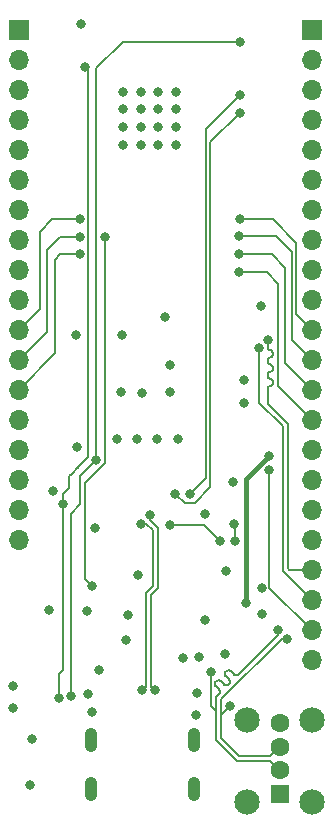
<source format=gbr>
%TF.GenerationSoftware,KiCad,Pcbnew,5.1.5+dfsg1-2build2*%
%TF.CreationDate,2021-10-10T13:01:52+05:30*%
%TF.ProjectId,USBee32-S2,55534265-6533-4322-9d53-322e6b696361,rev?*%
%TF.SameCoordinates,Original*%
%TF.FileFunction,Copper,L4,Bot*%
%TF.FilePolarity,Positive*%
%FSLAX46Y46*%
G04 Gerber Fmt 4.6, Leading zero omitted, Abs format (unit mm)*
G04 Created by KiCad (PCBNEW 5.1.5+dfsg1-2build2) date 2021-10-10 13:01:52*
%MOMM*%
%LPD*%
G04 APERTURE LIST*
%ADD10C,2.150000*%
%ADD11R,1.600000X1.600000*%
%ADD12C,1.600000*%
%ADD13O,1.700000X1.700000*%
%ADD14R,1.700000X1.700000*%
%ADD15O,1.050000X2.100000*%
%ADD16C,0.800000*%
%ADD17C,0.200000*%
%ADD18C,0.400000*%
G04 APERTURE END LIST*
D10*
X186780000Y-123430000D03*
X186780000Y-116430000D03*
X192220000Y-116430000D03*
X192220000Y-123430000D03*
D11*
X189500000Y-122700000D03*
D12*
X189500000Y-120700000D03*
X189500000Y-118700000D03*
X189500000Y-116700000D03*
D13*
X192220000Y-111355000D03*
X192220000Y-108815000D03*
X192220000Y-106275000D03*
X192220000Y-103735000D03*
X192220000Y-101195000D03*
X192220000Y-98655000D03*
X192220000Y-96115000D03*
X192220000Y-93575000D03*
X192220000Y-91035000D03*
X192220000Y-88495000D03*
X192220000Y-85955000D03*
X192220000Y-83415000D03*
X192220000Y-80875000D03*
X192220000Y-78335000D03*
X192220000Y-75795000D03*
X192220000Y-73255000D03*
X192220000Y-70715000D03*
X192220000Y-68175000D03*
X192220000Y-65635000D03*
X192220000Y-63095000D03*
X192220000Y-60555000D03*
D14*
X192220000Y-58015000D03*
D15*
X182213980Y-122308620D03*
X173573980Y-122308620D03*
X182213980Y-118128620D03*
X173573980Y-118128620D03*
D13*
X167430000Y-101195000D03*
X167430000Y-98655000D03*
X167430000Y-96115000D03*
X167430000Y-93575000D03*
X167430000Y-91035000D03*
X167430000Y-88495000D03*
X167430000Y-85955000D03*
X167430000Y-83415000D03*
X167430000Y-80875000D03*
X167430000Y-78335000D03*
X167430000Y-75795000D03*
X167430000Y-73255000D03*
X167430000Y-70715000D03*
X167430000Y-68175000D03*
X167430000Y-65635000D03*
X167430000Y-63095000D03*
X167430000Y-60555000D03*
D14*
X167430000Y-58015000D03*
D16*
X169968340Y-107150520D03*
X173168340Y-107250520D03*
X176234700Y-63246300D03*
X177734700Y-63246300D03*
X179234700Y-63246300D03*
X180734700Y-63246300D03*
X176234700Y-64746300D03*
X177734700Y-64746300D03*
X179234700Y-64746300D03*
X180734700Y-64746300D03*
X176234700Y-66246300D03*
X177734700Y-66246300D03*
X179234700Y-66246300D03*
X180734700Y-66246300D03*
X176234700Y-67746300D03*
X177734700Y-67746300D03*
X179234700Y-67746300D03*
X180734700Y-67746300D03*
X172649100Y-57552500D03*
X177818000Y-88743700D03*
X187952600Y-81425960D03*
X180192500Y-86392900D03*
X176141600Y-83854200D03*
X172357000Y-93379200D03*
X168550000Y-118090000D03*
X168350000Y-121990000D03*
X182500000Y-114200000D03*
X173629320Y-115793520D03*
X173275000Y-114225000D03*
X174200000Y-112200000D03*
X183200000Y-99000000D03*
X182700000Y-111100000D03*
X166900000Y-113600000D03*
X166900000Y-115400000D03*
X179100000Y-92700000D03*
X180900000Y-92700000D03*
X173900000Y-100200000D03*
X177500000Y-104200000D03*
X176649380Y-107561380D03*
X182443120Y-116060220D03*
X185597800Y-96266000D03*
X188036200Y-105257600D03*
X184988200Y-103835200D03*
X186504800Y-89640320D03*
X186504800Y-87699760D03*
X179829680Y-82350520D03*
X180192500Y-88692900D03*
X176093340Y-88700520D03*
X172280800Y-83854200D03*
X175700000Y-92700000D03*
X177400000Y-92700000D03*
X170300000Y-97100000D03*
X186121260Y-59020620D03*
X171800000Y-114400000D03*
X173963445Y-94433805D03*
X186164440Y-63511340D03*
X181925000Y-97300000D03*
X186154280Y-65020100D03*
X180655000Y-97300000D03*
X185725000Y-101300000D03*
X185634998Y-99900000D03*
X178918980Y-113925720D03*
X178506512Y-99076668D03*
X177868980Y-113925720D03*
X177764048Y-99819132D03*
X176500000Y-109700000D03*
X184900000Y-110900000D03*
X181300000Y-111200000D03*
X188569600Y-94132396D03*
X183159100Y-108000800D03*
X188039200Y-107518200D03*
X186639200Y-106527600D03*
X173050000Y-61200000D03*
X170800000Y-114600000D03*
X171200000Y-98200000D03*
X180243480Y-99951540D03*
X184439560Y-101310440D03*
X186103482Y-78525280D03*
X172577980Y-77039380D03*
X172588140Y-75528080D03*
X172593220Y-74062500D03*
X174700390Y-75525540D03*
X173600000Y-105100000D03*
X188645800Y-95300801D03*
X186106020Y-77029220D03*
X186103480Y-75487440D03*
X186133960Y-74037100D03*
X187756408Y-84986252D03*
X189384548Y-108813208D03*
X183675020Y-112410240D03*
X188498872Y-84243788D03*
X190127012Y-109555672D03*
X185295540Y-115252500D03*
D17*
X176215260Y-59020620D02*
X186121260Y-59020620D01*
X173964820Y-61271060D02*
X176215260Y-59020620D01*
X173964820Y-94435180D02*
X173964820Y-61271060D01*
X172600000Y-95800000D02*
X173964820Y-94435180D01*
X172600000Y-98200000D02*
X172600000Y-95800000D01*
X171800000Y-99000000D02*
X172600000Y-98200000D01*
X171800000Y-114500000D02*
X171800000Y-99000000D01*
X183233088Y-66442692D02*
X186164440Y-63511340D01*
X183233088Y-95991912D02*
X181925000Y-97300000D01*
X183233088Y-95033088D02*
X183233088Y-95991912D01*
X183233088Y-95033088D02*
X183233088Y-66442692D01*
X183233088Y-95286932D02*
X183233088Y-95033088D01*
X186154280Y-65020100D02*
X183633099Y-67541281D01*
X181455000Y-98100000D02*
X180655000Y-97300000D01*
X183633099Y-67541281D02*
X183633099Y-96766901D01*
X182300000Y-98100000D02*
X181455000Y-98100000D01*
X183633099Y-96766901D02*
X182300000Y-98100000D01*
X185725000Y-101300000D02*
X185725000Y-99990002D01*
X185725000Y-99990002D02*
X185634998Y-99900000D01*
X178618980Y-113625720D02*
X178618980Y-105887120D01*
X178918980Y-113925720D02*
X178618980Y-113625720D01*
X178618980Y-105887120D02*
X179193400Y-105312700D01*
X178506512Y-99500933D02*
X178506512Y-99076668D01*
X179193400Y-100187821D02*
X178506512Y-99500933D01*
X179193400Y-105312700D02*
X179193400Y-100187821D01*
X178168980Y-113625720D02*
X178168980Y-105700720D01*
X177868980Y-113925720D02*
X178168980Y-113625720D01*
X178168980Y-105700720D02*
X178743400Y-105126300D01*
X178743400Y-100374219D02*
X178188313Y-99819132D01*
X178743400Y-105126300D02*
X178743400Y-100374219D01*
X178188313Y-99819132D02*
X177764048Y-99819132D01*
D18*
X186639200Y-96062796D02*
X186639200Y-106527600D01*
X188569600Y-94132396D02*
X186639200Y-96062796D01*
D17*
X172400000Y-95086442D02*
X172400000Y-95100000D01*
X173293221Y-94193221D02*
X172443221Y-95043221D01*
X172443221Y-95043221D02*
X172400000Y-95086442D01*
X171700000Y-95786442D02*
X171893221Y-95593221D01*
X171700000Y-96800000D02*
X171700000Y-95786442D01*
X171893221Y-95593221D02*
X172443221Y-95043221D01*
X173293221Y-61443221D02*
X173050000Y-61200000D01*
X173293221Y-69906779D02*
X173293221Y-61443221D01*
X173293221Y-69906779D02*
X173293221Y-94193221D01*
X173293221Y-69793221D02*
X173293221Y-69906779D01*
X171200000Y-97300000D02*
X171700000Y-96800000D01*
X170800000Y-114600000D02*
X170800000Y-112600000D01*
X170800000Y-112600000D02*
X171200000Y-112200000D01*
X171200000Y-112200000D02*
X171200000Y-98200000D01*
X171200000Y-98200000D02*
X171200000Y-97300000D01*
X180243480Y-99951540D02*
X183080660Y-99951540D01*
X183080660Y-99951540D02*
X184439560Y-101310440D01*
X189397860Y-79507860D02*
X188415280Y-78525280D01*
X188415280Y-78525280D02*
X186103482Y-78525280D01*
X189397860Y-88212860D02*
X189397860Y-79507860D01*
X192220000Y-91035000D02*
X189397860Y-88212860D01*
X172577360Y-77040000D02*
X172577980Y-77039380D01*
X170502800Y-77467200D02*
X170930000Y-77040000D01*
X170502800Y-85422200D02*
X170502800Y-77467200D01*
X170930000Y-77040000D02*
X172577360Y-77040000D01*
X167430000Y-88495000D02*
X170502800Y-85422200D01*
X169804300Y-76665700D02*
X170941920Y-75528080D01*
X169804300Y-83580700D02*
X169804300Y-76665700D01*
X170941920Y-75528080D02*
X172588140Y-75528080D01*
X167430000Y-85955000D02*
X169804300Y-83580700D01*
X169220100Y-81624900D02*
X169220100Y-75101360D01*
X167430000Y-83415000D02*
X169220100Y-81624900D01*
X169220100Y-75101360D02*
X170258960Y-74062500D01*
X170258960Y-74062500D02*
X172593220Y-74062500D01*
X174700390Y-94686810D02*
X173463300Y-95923900D01*
X174700390Y-75525540D02*
X174700390Y-94686810D01*
X173463300Y-95923900D02*
X173463300Y-95963300D01*
X173463300Y-95963300D02*
X173400000Y-96026600D01*
X173400000Y-96026600D02*
X173373400Y-96026600D01*
X173000010Y-101299990D02*
X173000000Y-101300000D01*
X173000010Y-96399990D02*
X173000010Y-101299990D01*
X173373400Y-96026600D02*
X173000010Y-96399990D01*
X173000010Y-104500010D02*
X173600000Y-105100000D01*
X173000010Y-101299990D02*
X173000010Y-104500010D01*
X188645800Y-95866486D02*
X188645800Y-95300801D01*
X192220000Y-108815000D02*
X188645800Y-105240800D01*
X188645800Y-105240800D02*
X188645800Y-95866486D01*
X186116800Y-77040000D02*
X186106020Y-77029220D01*
X188875240Y-77040000D02*
X186116800Y-77040000D01*
X189984600Y-78149360D02*
X188875240Y-77040000D01*
X189984600Y-86259600D02*
X189984600Y-78149360D01*
X192220000Y-88495000D02*
X189984600Y-86259600D01*
X190524389Y-76799389D02*
X189212440Y-75487440D01*
X189212440Y-75487440D02*
X186669165Y-75487440D01*
X192220000Y-85955000D02*
X190524389Y-84259389D01*
X190524389Y-84259389D02*
X190524389Y-76799389D01*
X186669165Y-75487440D02*
X186103480Y-75487440D01*
X190924400Y-76056400D02*
X188905100Y-74037100D01*
X188905100Y-74037100D02*
X186699645Y-74037100D01*
X192220000Y-83415000D02*
X190924400Y-82119400D01*
X190924400Y-82119400D02*
X190924400Y-76056400D01*
X186699645Y-74037100D02*
X186133960Y-74037100D01*
X192195000Y-106300000D02*
X192220000Y-106275000D01*
X188900000Y-120900000D02*
X189000000Y-120900000D01*
X188900000Y-120810000D02*
X188900000Y-120900000D01*
X188900000Y-120900000D02*
X189400000Y-120900000D01*
X186149619Y-112472402D02*
X189384548Y-109237473D01*
X185991035Y-112620352D02*
X186043555Y-112578467D01*
X185930509Y-112649500D02*
X185991035Y-112620352D01*
X185865014Y-112664449D02*
X185930509Y-112649500D01*
X185797836Y-112664449D02*
X185865014Y-112664449D01*
X185732341Y-112649500D02*
X185797836Y-112664449D01*
X185671815Y-112620352D02*
X185732341Y-112649500D01*
X184770765Y-113426995D02*
X184823288Y-113468879D01*
X185266060Y-113115779D02*
X185236912Y-113055254D01*
X184535935Y-113192165D02*
X184770765Y-113426995D01*
X188725000Y-119925000D02*
X185910960Y-119925000D01*
X184422887Y-113121132D02*
X184483412Y-113150280D01*
X184224719Y-113121133D02*
X184290214Y-113106183D01*
X184388385Y-113903781D02*
X184346500Y-113851257D01*
X184432482Y-114096979D02*
X184432481Y-114029801D01*
X185910960Y-119925000D02*
X184107880Y-118121920D01*
X184025688Y-113370708D02*
X184040637Y-113305213D01*
X184069785Y-113244687D02*
X184111671Y-113192164D01*
X184025688Y-113437886D02*
X184025688Y-113370708D01*
X184040637Y-113305213D02*
X184069785Y-113244687D01*
X184040637Y-113503381D02*
X184025688Y-113437886D01*
X184069785Y-113563907D02*
X184040637Y-113503381D01*
X186043555Y-112578467D02*
X186149619Y-112472402D01*
X189500000Y-120700000D02*
X188725000Y-119925000D01*
X184111671Y-113192164D02*
X184164194Y-113150279D01*
X184417533Y-113964306D02*
X184388385Y-113903781D01*
X184346500Y-114275521D02*
X184388386Y-114222999D01*
X189384548Y-109237473D02*
X189384548Y-108813208D01*
X184483412Y-113150280D02*
X184535935Y-113192165D01*
X184388386Y-114222999D02*
X184417532Y-114162474D01*
X185073246Y-112272606D02*
X185138741Y-112257656D01*
X184107880Y-114514141D02*
X184346500Y-114275521D01*
X184417532Y-114162474D02*
X184432482Y-114096979D01*
X184432481Y-114029801D02*
X184417533Y-113964306D01*
X184823288Y-113468879D02*
X184883814Y-113498027D01*
X184883814Y-113498027D02*
X184949309Y-113512976D01*
X185331939Y-112301753D02*
X185384462Y-112343638D01*
X185016487Y-113512976D02*
X185081982Y-113498027D01*
X184346500Y-113851257D02*
X184111671Y-113616428D01*
X185081982Y-113498027D02*
X185142508Y-113468879D01*
X185142508Y-113468879D02*
X185195028Y-113426994D01*
X184949309Y-113512976D02*
X185016487Y-113512976D01*
X185195028Y-113426994D02*
X185195027Y-113426994D01*
X185195027Y-113426994D02*
X185236913Y-113374472D01*
X184111671Y-113616428D02*
X184069785Y-113563907D01*
X185266059Y-113313947D02*
X185281009Y-113248452D01*
X185195027Y-113002730D02*
X184960198Y-112767901D01*
X185281008Y-113181274D02*
X185266060Y-113115779D01*
X185236913Y-113374472D02*
X185266059Y-113313947D01*
X185281009Y-113248452D02*
X185281008Y-113181274D01*
X184960198Y-112767901D02*
X184918312Y-112715380D01*
X185384462Y-112343638D02*
X185619292Y-112578468D01*
X184357392Y-113106184D02*
X184422887Y-113121132D01*
X184918312Y-112715380D02*
X184889164Y-112654854D01*
X184889164Y-112654854D02*
X184874215Y-112589359D01*
X184164194Y-113150279D02*
X184224719Y-113121133D01*
X184874215Y-112589359D02*
X184874215Y-112522181D01*
X184874215Y-112522181D02*
X184889164Y-112456686D01*
X184889164Y-112456686D02*
X184918312Y-112396160D01*
X185619292Y-112578468D02*
X185671815Y-112620352D01*
X184918312Y-112396160D02*
X184960198Y-112343637D01*
X184960198Y-112343637D02*
X185012721Y-112301752D01*
X185236912Y-113055254D02*
X185195027Y-113002730D01*
X185012721Y-112301752D02*
X185073246Y-112272606D01*
X185138741Y-112257656D02*
X185205919Y-112257657D01*
X184290214Y-113106183D02*
X184357392Y-113106184D01*
X185205919Y-112257657D02*
X185271414Y-112272605D01*
X185271414Y-112272605D02*
X185331939Y-112301753D01*
X183675020Y-112410240D02*
X183675020Y-115247420D01*
X184070200Y-115642600D02*
X184107880Y-115642600D01*
X183675020Y-115247420D02*
X184070200Y-115642600D01*
X184107880Y-115642600D02*
X184107880Y-114514141D01*
X184107880Y-118121920D02*
X184107880Y-115642600D01*
X192220000Y-106275000D02*
X189752201Y-103807201D01*
X189752201Y-95142599D02*
X189749220Y-95139618D01*
X187756408Y-89608968D02*
X187756408Y-85551937D01*
X189749220Y-91601780D02*
X187756408Y-89608968D01*
X187756408Y-85551937D02*
X187756408Y-84986252D01*
X189749220Y-95139618D02*
X189749220Y-91601780D01*
X189752201Y-103807201D02*
X189752201Y-95142599D01*
X190199220Y-103617823D02*
X190316397Y-103735000D01*
X188498872Y-88357228D02*
X188498872Y-89715032D01*
X188504138Y-88310496D02*
X188498872Y-88357228D01*
X188544690Y-88226288D02*
X188519670Y-88266108D01*
X188577943Y-88193035D02*
X188544690Y-88226288D01*
X188617763Y-88168015D02*
X188577943Y-88193035D01*
X188662151Y-88152483D02*
X188617763Y-88168015D01*
X188755614Y-88141952D02*
X188662151Y-88152483D01*
X188800002Y-88126420D02*
X188755614Y-88141952D01*
X188839822Y-88101400D02*
X188800002Y-88126420D01*
X188873075Y-88068147D02*
X188839822Y-88101400D01*
X188898095Y-88028327D02*
X188873075Y-88068147D01*
X188898095Y-87666108D02*
X188913627Y-87710496D01*
X188519670Y-87428327D02*
X188544690Y-87468147D01*
X188519670Y-85866108D02*
X188504138Y-85910496D01*
X188577943Y-85793035D02*
X188544690Y-85826288D01*
X188617763Y-85768015D02*
X188577943Y-85793035D01*
X188755614Y-85741952D02*
X188662151Y-85752483D01*
X188800002Y-85726420D02*
X188755614Y-85741952D01*
X190316397Y-103735000D02*
X192220000Y-103735000D01*
X188913627Y-85583939D02*
X188898095Y-85628327D01*
X188918892Y-85357228D02*
X188918892Y-85537208D01*
X188913627Y-87983939D02*
X188898095Y-88028327D01*
X188873075Y-86426288D02*
X188898095Y-86466108D01*
X188839822Y-86901400D02*
X188800002Y-86926420D01*
X188913627Y-85310496D02*
X188918892Y-85357228D01*
X188577943Y-85101400D02*
X188617763Y-85126420D01*
X188498872Y-84243788D02*
X188498872Y-84937208D01*
X188498872Y-84937208D02*
X188504138Y-84983939D01*
X188504138Y-84983939D02*
X188519670Y-85028327D01*
X188662151Y-85752483D02*
X188617763Y-85768015D01*
X188898095Y-85628327D02*
X188873075Y-85668147D01*
X188577943Y-86993035D02*
X188544690Y-87026288D01*
X188519670Y-87066108D02*
X188504138Y-87110496D01*
X188873075Y-85668147D02*
X188839822Y-85701400D01*
X188662151Y-85141952D02*
X188755614Y-85152483D01*
X188544690Y-85068147D02*
X188577943Y-85101400D01*
X188544690Y-87468147D02*
X188577943Y-87501400D01*
X188504138Y-85910496D02*
X188498872Y-85957228D01*
X190199220Y-91415380D02*
X190199220Y-103617823D01*
X188577943Y-87501400D02*
X188617763Y-87526420D01*
X188498872Y-85957228D02*
X188498872Y-86137208D01*
X188544690Y-85826288D02*
X188519670Y-85866108D01*
X188918892Y-85537208D02*
X188913627Y-85583939D01*
X188755614Y-85152483D02*
X188800002Y-85168015D01*
X188839822Y-85193035D02*
X188873075Y-85226288D01*
X188898095Y-85266108D02*
X188913627Y-85310496D01*
X188617763Y-85126420D02*
X188662151Y-85141952D01*
X188873075Y-85226288D02*
X188898095Y-85266108D01*
X188617763Y-87526420D02*
X188662151Y-87541952D01*
X188498872Y-86137208D02*
X188504138Y-86183939D01*
X188755614Y-87552483D02*
X188800002Y-87568015D01*
X188519670Y-86228327D02*
X188544690Y-86268147D01*
X188662151Y-87541952D02*
X188755614Y-87552483D01*
X188504138Y-86183939D02*
X188519670Y-86228327D01*
X188800002Y-87568015D02*
X188839822Y-87593035D01*
X188544690Y-86268147D02*
X188577943Y-86301400D01*
X188898095Y-86466108D02*
X188913627Y-86510496D01*
X188839822Y-87593035D02*
X188873075Y-87626288D01*
X188577943Y-86301400D02*
X188617763Y-86326420D01*
X188913627Y-86510496D02*
X188918892Y-86557228D01*
X188873075Y-87626288D02*
X188898095Y-87666108D01*
X188617763Y-86326420D02*
X188662151Y-86341952D01*
X188913627Y-87710496D02*
X188918892Y-87757228D01*
X188755614Y-86352483D02*
X188800002Y-86368015D01*
X188519670Y-85028327D02*
X188544690Y-85068147D01*
X188918892Y-86557228D02*
X188918892Y-86737208D01*
X188800002Y-85168015D02*
X188839822Y-85193035D01*
X188662151Y-86341952D02*
X188755614Y-86352483D01*
X188918892Y-87757228D02*
X188918892Y-87937208D01*
X188800002Y-86368015D02*
X188839822Y-86393035D01*
X188918892Y-86737208D02*
X188913627Y-86783939D01*
X188898095Y-86828327D02*
X188873075Y-86868147D01*
X188918892Y-87937208D02*
X188913627Y-87983939D01*
X188839822Y-86393035D02*
X188873075Y-86426288D01*
X188913627Y-86783939D02*
X188898095Y-86828327D01*
X188873075Y-86868147D02*
X188839822Y-86901400D01*
X188800002Y-86926420D02*
X188755614Y-86941952D01*
X188662151Y-86952483D02*
X188617763Y-86968015D01*
X188519670Y-88266108D02*
X188504138Y-88310496D01*
X188839822Y-85701400D02*
X188800002Y-85726420D01*
X188755614Y-86941952D02*
X188662151Y-86952483D01*
X188617763Y-86968015D02*
X188577943Y-86993035D01*
X188544690Y-87026288D02*
X188519670Y-87066108D01*
X188504138Y-87110496D02*
X188498872Y-87157228D01*
X188498872Y-89715032D02*
X190199220Y-91415380D01*
X188498872Y-87157228D02*
X188498872Y-87337208D01*
X188498872Y-87337208D02*
X188504138Y-87383939D01*
X188504138Y-87383939D02*
X188519670Y-87428327D01*
X188725000Y-119475000D02*
X189500000Y-118700000D01*
X184557880Y-117935520D02*
X186097360Y-119475000D01*
X186097360Y-119475000D02*
X188725000Y-119475000D01*
X189702747Y-109555672D02*
X184557880Y-114700539D01*
X190127012Y-109555672D02*
X189702747Y-109555672D01*
X185295540Y-115252500D02*
X184557880Y-115990160D01*
X184557880Y-115990160D02*
X184557880Y-116503240D01*
X184557880Y-116503240D02*
X184557880Y-117935520D01*
X184557880Y-114700539D02*
X184557880Y-116503240D01*
M02*

</source>
